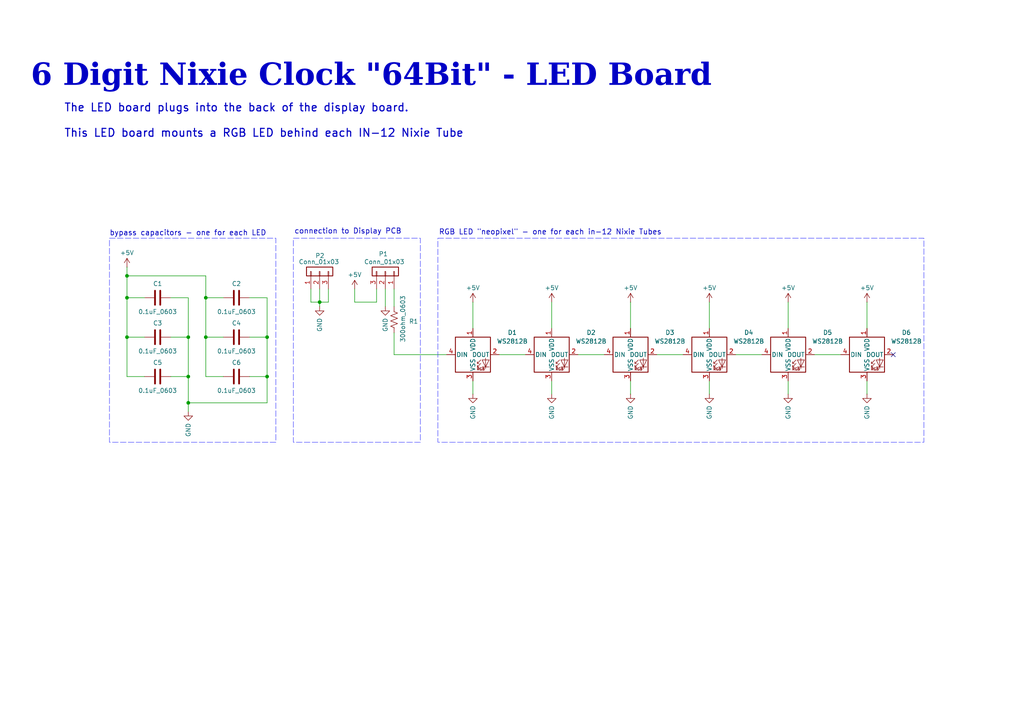
<source format=kicad_sch>
(kicad_sch (version 20250114) (generator "eeschema") (generator_version "9.0")
  (paper "A4")
  (lib_symbols
    (symbol "Conn_01x03_1" (pin_names (offset 1.016) (hide yes))
      (property "Reference" "J?" (at 4.572 1.27 90))
      (property "Value" "Conn_01x03" (at 2.794 6.096 90))
      (symbol "Conn_01x03_1_1_1"
        (rectangle (start -1.27 3.81) (end 1.27 -3.81) (stroke (width 0.254)))
        (rectangle (start -1.27 2.667) (end 0 2.413) (stroke (width 0.1524)))
        (rectangle (start -1.27 0.127) (end 0 -0.127) (stroke (width 0.1524)))
        (rectangle (start -1.27 -2.413) (end 0 -2.667) (stroke (width 0.1524)))
        (pin passive line (at -5.08 2.54 0) (length 3.81) (name "Pin_1") (number "1"))
        (pin passive line (at -5.08 0 0) (length 3.81) (name "Pin_2") (number "2"))
        (pin passive line (at -5.08 -2.54 0) (length 3.81) (name "Pin_3") (number "3"))
      )
    )
    (symbol "Connector_Generic:Conn_01x03" (pin_names (offset 1.016) (hide yes))
      (property "Reference" "J?" (at 5.08 0.762 90))
      (property "Value" "Conn_01x03" (at 2.794 5.588 90))
      (symbol "Conn_01x03_1_1"
        (rectangle (start -1.27 3.81) (end 1.27 -3.81) (stroke (width 0.254)))
        (rectangle (start -1.27 2.667) (end 0 2.413) (stroke (width 0.1524)))
        (rectangle (start -1.27 0.127) (end 0 -0.127) (stroke (width 0.1524)))
        (rectangle (start -1.27 -2.413) (end 0 -2.667) (stroke (width 0.1524)))
        (pin passive line (at -5.08 2.54 0) (length 3.81) (name "Pin_1") (number "1"))
        (pin passive line (at -5.08 0 0) (length 3.81) (name "Pin_2") (number "2"))
        (pin passive line (at -5.08 -2.54 0) (length 3.81) (name "Pin_3") (number "3"))
      )
    )
    (symbol "Device:C" (pin_numbers (hide yes)) (pin_names (offset 0.254))
      (property "Reference" "C" (at 0.635 2.54 0))
      (property "Value" "C" (at 0.635 -2.54 0))
      (symbol "C_0_1"
        (polyline (pts (xy -2.032 0.762) (xy 2.032 0.762)) (stroke (width 0.508)))
        (polyline (pts (xy -2.032 -0.762) (xy 2.032 -0.762)) (stroke (width 0.508)))
      )
      (symbol "C_1_1"
        (pin passive line (at 0 3.81 270) (length 2.794) (name "~") (number "1"))
        (pin passive line (at 0 -3.81 90) (length 2.794) (name "~") (number "2"))
      )
    )
    (symbol "Device:R_US" (pin_numbers (hide yes)) (pin_names (offset 0))
      (property "Reference" "R" (at 2.54 0 90))
      (property "Value" "R_US" (at -2.54 0 90))
      (symbol "R_US_0_1"
        (polyline (pts (xy 0 2.286) (xy 0 2.54)))
        (polyline (pts (xy 0 2.286) (xy 1.016 1.905) (xy 0 1.524) (xy -1.016 1.143) (xy 0 0.762)))
        (polyline (pts (xy 0 0.762) (xy 1.016 0.381) (xy 0 0) (xy -1.016 -0.381) (xy 0 -0.762)))
        (polyline (pts (xy 0 -0.762) (xy 1.016 -1.143) (xy 0 -1.524) (xy -1.016 -1.905) (xy 0 -2.286)))
        (polyline (pts (xy 0 -2.286) (xy 0 -2.54)))
      )
      (symbol "R_US_1_1"
        (pin passive line (at 0 3.81 270) (length 1.27) (name "~") (number "1"))
        (pin passive line (at 0 -3.81 90) (length 1.27) (name "~") (number "2"))
      )
    )
    (symbol "LED:WS2812B" (pin_names (offset 0.254))
      (property "Reference" "D?" (at 10.3376 6.2466 0))
      (property "Value" "WS2812B" (at 10.3376 3.8223 0))
      (symbol "WS2812B_0_0"
        (text "RGB" (at 2.286 -4.191 0) (effects (font (size 0.762 0.762))))
      )
      (symbol "WS2812B_0_1"
        (rectangle (start -5.08 5.08) (end 5.08 -5.08) (stroke (width 0.254)))
        (polyline (pts (xy 1.27 -2.54) (xy 1.778 -2.54)))
        (polyline (pts (xy 1.27 -3.556) (xy 1.778 -3.556)))
        (polyline (pts (xy 2.286 -1.524) (xy 1.27 -2.54) (xy 1.27 -2.032)))
        (polyline (pts (xy 2.286 -2.54) (xy 1.27 -3.556) (xy 1.27 -3.048)))
        (polyline (pts (xy 3.683 -1.016) (xy 3.683 -3.556) (xy 3.683 -4.064)))
        (polyline (pts (xy 4.699 -1.524) (xy 2.667 -1.524) (xy 3.683 -3.556) (xy 4.699 -1.524)))
        (polyline (pts (xy 4.699 -3.556) (xy 2.667 -3.556)))
      )
      (symbol "WS2812B_1_1"
        (pin input line (at -7.62 0 0) (length 2.54) (name "DIN") (number "4"))
        (pin power_in line (at 0 7.62 270) (length 2.54) (name "VDD") (number "1"))
        (pin power_in line (at 0 -7.62 90) (length 2.54) (name "VSS") (number "3"))
        (pin output line (at 7.62 0 180) (length 2.54) (name "DOUT") (number "2"))
      )
    )
    (symbol "WS2812B_1" (pin_names (offset 0.254))
      (property "Reference" "D?" (at 10.3376 6.2466 0))
      (property "Value" "WS2812B" (at 10.3376 3.8223 0))
      (symbol "WS2812B_1_0_0"
        (text "RGB" (at 2.286 -4.191 0) (effects (font (size 0.762 0.762))))
      )
      (symbol "WS2812B_1_0_1"
        (rectangle (start -5.08 5.08) (end 5.08 -5.08) (stroke (width 0.254)))
        (polyline (pts (xy 1.27 -2.54) (xy 1.778 -2.54)))
        (polyline (pts (xy 1.27 -3.556) (xy 1.778 -3.556)))
        (polyline (pts (xy 2.286 -1.524) (xy 1.27 -2.54) (xy 1.27 -2.032)))
        (polyline (pts (xy 2.286 -2.54) (xy 1.27 -3.556) (xy 1.27 -3.048)))
        (polyline (pts (xy 3.683 -1.016) (xy 3.683 -3.556) (xy 3.683 -4.064)))
        (polyline (pts (xy 4.699 -1.524) (xy 2.667 -1.524) (xy 3.683 -3.556) (xy 4.699 -1.524)))
        (polyline (pts (xy 4.699 -3.556) (xy 2.667 -3.556)))
      )
      (symbol "WS2812B_1_1_1"
        (pin input line (at -7.62 0 0) (length 2.54) (name "DIN") (number "4"))
        (pin power_in line (at 0 7.62 270) (length 2.54) (name "VDD") (number "1"))
        (pin power_in line (at 0 -7.62 90) (length 2.54) (name "VSS") (number "3"))
        (pin output line (at 7.62 0 180) (length 2.54) (name "DOUT") (number "2"))
      )
    )
    (symbol "WS2812B_2" (pin_names (offset 0.254))
      (property "Reference" "D?" (at 10.3376 6.2466 0))
      (property "Value" "WS2812B" (at 10.3376 3.8223 0))
      (symbol "WS2812B_2_0_0"
        (text "RGB" (at 2.286 -4.191 0) (effects (font (size 0.762 0.762))))
      )
      (symbol "WS2812B_2_0_1"
        (rectangle (start -5.08 5.08) (end 5.08 -5.08) (stroke (width 0.254)))
        (polyline (pts (xy 1.27 -2.54) (xy 1.778 -2.54)))
        (polyline (pts (xy 1.27 -3.556) (xy 1.778 -3.556)))
        (polyline (pts (xy 2.286 -1.524) (xy 1.27 -2.54) (xy 1.27 -2.032)))
        (polyline (pts (xy 2.286 -2.54) (xy 1.27 -3.556) (xy 1.27 -3.048)))
        (polyline (pts (xy 3.683 -1.016) (xy 3.683 -3.556) (xy 3.683 -4.064)))
        (polyline (pts (xy 4.699 -1.524) (xy 2.667 -1.524) (xy 3.683 -3.556) (xy 4.699 -1.524)))
        (polyline (pts (xy 4.699 -3.556) (xy 2.667 -3.556)))
      )
      (symbol "WS2812B_2_1_1"
        (pin input line (at -7.62 0 0) (length 2.54) (name "DIN") (number "4"))
        (pin power_in line (at 0 7.62 270) (length 2.54) (name "VDD") (number "1"))
        (pin power_in line (at 0 -7.62 90) (length 2.54) (name "VSS") (number "3"))
        (pin output line (at 7.62 0 180) (length 2.54) (name "DOUT") (number "2"))
      )
    )
    (symbol "WS2812B_3" (pin_names (offset 0.254))
      (property "Reference" "D?" (at 10.3376 6.2466 0))
      (property "Value" "WS2812B" (at 10.3376 3.8223 0))
      (symbol "WS2812B_3_0_0"
        (text "RGB" (at 2.286 -4.191 0) (effects (font (size 0.762 0.762))))
      )
      (symbol "WS2812B_3_0_1"
        (rectangle (start -5.08 5.08) (end 5.08 -5.08) (stroke (width 0.254)))
        (polyline (pts (xy 1.27 -2.54) (xy 1.778 -2.54)))
        (polyline (pts (xy 1.27 -3.556) (xy 1.778 -3.556)))
        (polyline (pts (xy 2.286 -1.524) (xy 1.27 -2.54) (xy 1.27 -2.032)))
        (polyline (pts (xy 2.286 -2.54) (xy 1.27 -3.556) (xy 1.27 -3.048)))
        (polyline (pts (xy 3.683 -1.016) (xy 3.683 -3.556) (xy 3.683 -4.064)))
        (polyline (pts (xy 4.699 -1.524) (xy 2.667 -1.524) (xy 3.683 -3.556) (xy 4.699 -1.524)))
        (polyline (pts (xy 4.699 -3.556) (xy 2.667 -3.556)))
      )
      (symbol "WS2812B_3_1_1"
        (pin input line (at -7.62 0 0) (length 2.54) (name "DIN") (number "4"))
        (pin power_in line (at 0 7.62 270) (length 2.54) (name "VDD") (number "1"))
        (pin power_in line (at 0 -7.62 90) (length 2.54) (name "VSS") (number "3"))
        (pin output line (at 7.62 0 180) (length 2.54) (name "DOUT") (number "2"))
      )
    )
    (symbol "WS2812B_4" (pin_names (offset 0.254))
      (property "Reference" "D?" (at 10.3376 6.2466 0))
      (property "Value" "WS2812B" (at 10.3376 3.8223 0))
      (symbol "WS2812B_4_0_0"
        (text "RGB" (at 2.286 -4.191 0) (effects (font (size 0.762 0.762))))
      )
      (symbol "WS2812B_4_0_1"
        (rectangle (start -5.08 5.08) (end 5.08 -5.08) (stroke (width 0.254)))
        (polyline (pts (xy 1.27 -2.54) (xy 1.778 -2.54)))
        (polyline (pts (xy 1.27 -3.556) (xy 1.778 -3.556)))
        (polyline (pts (xy 2.286 -1.524) (xy 1.27 -2.54) (xy 1.27 -2.032)))
        (polyline (pts (xy 2.286 -2.54) (xy 1.27 -3.556) (xy 1.27 -3.048)))
        (polyline (pts (xy 3.683 -1.016) (xy 3.683 -3.556) (xy 3.683 -4.064)))
        (polyline (pts (xy 4.699 -1.524) (xy 2.667 -1.524) (xy 3.683 -3.556) (xy 4.699 -1.524)))
        (polyline (pts (xy 4.699 -3.556) (xy 2.667 -3.556)))
      )
      (symbol "WS2812B_4_1_1"
        (pin input line (at -7.62 0 0) (length 2.54) (name "DIN") (number "4"))
        (pin power_in line (at 0 7.62 270) (length 2.54) (name "VDD") (number "1"))
        (pin power_in line (at 0 -7.62 90) (length 2.54) (name "VSS") (number "3"))
        (pin output line (at 7.62 0 180) (length 2.54) (name "DOUT") (number "2"))
      )
    )
    (symbol "WS2812B_5" (pin_names (offset 0.254))
      (property "Reference" "D?" (at 10.3376 6.2466 0))
      (property "Value" "WS2812B" (at 10.3376 3.8223 0))
      (symbol "WS2812B_5_0_0"
        (text "RGB" (at 2.286 -4.191 0) (effects (font (size 0.762 0.762))))
      )
      (symbol "WS2812B_5_0_1"
        (rectangle (start -5.08 5.08) (end 5.08 -5.08) (stroke (width 0.254)))
        (polyline (pts (xy 1.27 -2.54) (xy 1.778 -2.54)))
        (polyline (pts (xy 1.27 -3.556) (xy 1.778 -3.556)))
        (polyline (pts (xy 2.286 -1.524) (xy 1.27 -2.54) (xy 1.27 -2.032)))
        (polyline (pts (xy 2.286 -2.54) (xy 1.27 -3.556) (xy 1.27 -3.048)))
        (polyline (pts (xy 3.683 -1.016) (xy 3.683 -3.556) (xy 3.683 -4.064)))
        (polyline (pts (xy 4.699 -1.524) (xy 2.667 -1.524) (xy 3.683 -3.556) (xy 4.699 -1.524)))
        (polyline (pts (xy 4.699 -3.556) (xy 2.667 -3.556)))
      )
      (symbol "WS2812B_5_1_1"
        (pin input line (at -7.62 0 0) (length 2.54) (name "DIN") (number "4"))
        (pin power_in line (at 0 7.62 270) (length 2.54) (name "VDD") (number "1"))
        (pin power_in line (at 0 -7.62 90) (length 2.54) (name "VSS") (number "3"))
        (pin output line (at 7.62 0 180) (length 2.54) (name "DOUT") (number "2"))
      )
    )
    (symbol "power:+5V" (power) (pin_numbers (hide yes)) (pin_names (offset 0) (hide yes))
      (property "Value" "+5V" (at 0 3.556 0))
      (symbol "+5V_0_1"
        (polyline (pts (xy -0.762 1.27) (xy 0 2.54)))
        (polyline (pts (xy 0 2.54) (xy 0.762 1.27)))
        (polyline (pts (xy 0 0) (xy 0 2.54)))
      )
      (symbol "+5V_1_1"
        (pin power_in line (at 0 0 90) (length 0) (name "~") (number "1"))
      )
    )
    (symbol "power:GND" (power) (pin_numbers (hide yes)) (pin_names (offset 0) (hide yes))
      (property "Value" "GND" (at 0 -3.81 0))
      (symbol "GND_0_1"
        (polyline (pts (xy 0 0) (xy 0 -1.27) (xy 1.27 -1.27) (xy 0 -2.54) (xy -1.27 -1.27) (xy 0 -1.27)))
      )
      (symbol "GND_1_1"
        (pin power_in line (at 0 0 270) (length 0) (name "~") (number "1"))
      )
    )
  )
  (rectangle (start 31.75 69.088) (end 80.01 128.27) (stroke (width 0) (type dash) (color 72 73 255 1)))
  (rectangle (start 127 69.088) (end 267.97 128.27) (stroke (width 0) (type dash) (color 72 73 255 1)))
  (rectangle (start 85.09 69.088) (end 121.92 128.27) (stroke (width 0) (type dash) (color 72 73 255 1)))
  (text "connection to Display PCB" (at 85.344 68.072 0) (effects (font (size 1.524 1.524) (thickness 0.1905)) (justify left bottom)))
  (text "bypass capacitors - one for each LED" (at 31.75 68.58 0) (effects (font (size 1.524 1.524) (thickness 0.1905)) (justify left bottom)))
  (text "The LED board plugs into the back of the display board.\n\nThis LED board mounts a RGB LED behind each IN-12 Nixie Tube" (at 18.542 35.052 0) (effects (font (size 2.286 2.286) (thickness 0.3175)) (justify left)))
  (text "RGB LED \"neopixel\" - one for each in-12 Nixie Tubes" (at 127.254 68.326 0) (effects (font (size 1.524 1.524) (thickness 0.1905)) (justify left bottom)))
  (text "6 Digit Nixie Clock \"64Bit\" - LED Board" (at 107.696 23.876 0) (effects (font (size 6.35 6.35) (thickness 0.254) (bold yes))))
  (junction (at 36.83 86.36))
  (junction (at 36.83 80.01))
  (junction (at 36.83 97.79))
  (junction (at 92.71 87.63))
  (junction (at 59.69 86.36))
  (junction (at 54.61 116.84))
  (junction (at 54.61 109.22))
  (junction (at 59.69 97.79))
  (junction (at 54.61 97.79))
  (junction (at 77.47 109.22))
  (junction (at 77.47 97.79))
  (no_connect (at 259.08 102.87))
  (wire (pts (xy 144.78 102.87) (xy 152.4 102.87)))
  (wire (pts (xy 36.83 80.01) (xy 36.83 77.47)))
  (wire (pts (xy 137.16 87.63) (xy 137.16 95.25)))
  (wire (pts (xy 49.53 109.22) (xy 54.61 109.22)))
  (wire (pts (xy 102.87 87.63) (xy 102.87 83.82)))
  (wire (pts (xy 36.83 97.79) (xy 36.83 86.36)))
  (wire (pts (xy 167.64 102.87) (xy 175.26 102.87)))
  (wire (pts (xy 90.17 83.82) (xy 90.17 87.63)))
  (wire (pts (xy 59.69 86.36) (xy 59.69 80.01)))
  (wire (pts (xy 160.02 110.49) (xy 160.02 114.3)))
  (wire (pts (xy 109.22 83.82) (xy 109.22 87.63)))
  (wire (pts (xy 59.69 86.36) (xy 64.77 86.36)))
  (wire (pts (xy 160.02 87.63) (xy 160.02 95.25)))
  (wire (pts (xy 72.39 97.79) (xy 77.47 97.79)))
  (wire (pts (xy 59.69 97.79) (xy 59.69 109.22)))
  (wire (pts (xy 90.17 87.63) (xy 92.71 87.63)))
  (wire (pts (xy 137.16 110.49) (xy 137.16 114.3)))
  (wire (pts (xy 72.39 86.36) (xy 77.47 86.36)))
  (wire (pts (xy 109.22 87.63) (xy 102.87 87.63)))
  (wire (pts (xy 92.71 87.63) (xy 92.71 88.9)))
  (wire (pts (xy 36.83 86.36) (xy 36.83 80.01)))
  (wire (pts (xy 59.69 86.36) (xy 59.69 97.79)))
  (wire (pts (xy 182.88 87.63) (xy 182.88 95.25)))
  (wire (pts (xy 41.91 86.36) (xy 36.83 86.36)))
  (wire (pts (xy 77.47 97.79) (xy 77.47 109.22)))
  (wire (pts (xy 54.61 97.79) (xy 54.61 109.22)))
  (wire (pts (xy 49.53 97.79) (xy 54.61 97.79)))
  (wire (pts (xy 36.83 80.01) (xy 59.69 80.01)))
  (wire (pts (xy 54.61 109.22) (xy 54.61 116.84)))
  (wire (pts (xy 41.91 109.22) (xy 36.83 109.22)))
  (wire (pts (xy 205.74 87.63) (xy 205.74 95.25)))
  (wire (pts (xy 95.25 87.63) (xy 92.71 87.63)))
  (wire (pts (xy 114.3 102.87) (xy 129.54 102.87)))
  (wire (pts (xy 59.69 109.22) (xy 64.77 109.22)))
  (wire (pts (xy 213.36 102.87) (xy 220.98 102.87)))
  (wire (pts (xy 36.83 109.22) (xy 36.83 97.79)))
  (wire (pts (xy 114.3 83.82) (xy 114.3 88.9)))
  (wire (pts (xy 54.61 86.36) (xy 54.61 97.79)))
  (wire (pts (xy 77.47 109.22) (xy 77.47 116.84)))
  (wire (pts (xy 251.46 87.63) (xy 251.46 95.25)))
  (wire (pts (xy 182.88 110.49) (xy 182.88 114.3)))
  (wire (pts (xy 190.5 102.87) (xy 198.12 102.87)))
  (wire (pts (xy 77.47 86.36) (xy 77.47 97.79)))
  (wire (pts (xy 72.39 109.22) (xy 77.47 109.22)))
  (wire (pts (xy 228.6 110.49) (xy 228.6 114.3)))
  (wire (pts (xy 49.53 86.36) (xy 54.61 86.36)))
  (wire (pts (xy 64.77 97.79) (xy 59.69 97.79)))
  (wire (pts (xy 251.46 110.49) (xy 251.46 114.3)))
  (wire (pts (xy 205.74 110.49) (xy 205.74 114.3)))
  (wire (pts (xy 228.6 87.63) (xy 228.6 95.25)))
  (wire (pts (xy 41.91 97.79) (xy 36.83 97.79)))
  (wire (pts (xy 95.25 83.82) (xy 95.25 87.63)))
  (wire (pts (xy 111.76 83.82) (xy 111.76 88.9)))
  (wire (pts (xy 114.3 96.52) (xy 114.3 102.87)))
  (wire (pts (xy 54.61 116.84) (xy 54.61 119.38)))
  (wire (pts (xy 236.22 102.87) (xy 243.84 102.87)))
  (wire (pts (xy 54.61 116.84) (xy 77.47 116.84)))
  (wire (pts (xy 92.71 83.82) (xy 92.71 87.63)))
  (symbol (lib_id "Device:C") (at 45.72 97.79 270) (unit 1)
    (property "Reference" "C3" (at 45.72 93.726 90))
    (property "Value" "0.1uF_0603" (at 45.72 101.854 90))
    (property "Footprint" "Capacitor_SMD:C_0603_1608Metric" (effects (hide yes)))
    (property "Description" "Unpolarized capacitor" (effects (hide yes)))
  )
  (symbol (lib_id "Device:C") (at 68.58 109.22 270) (unit 1)
    (property "Reference" "C6" (at 68.58 105.156 90))
    (property "Value" "0.1uF_0603" (at 68.58 113.284 90))
    (property "Footprint" "Capacitor_SMD:C_0603_1608Metric" (effects (hide yes)))
    (property "Description" "Unpolarized capacitor" (effects (hide yes)))
  )
  (symbol (lib_id "LED:WS2812B") (at 251.46 102.87 0) (unit 1)
    (property "Reference" "D6" (at 262.89 96.4498 0))
    (property "Value" "WS2812B" (at 262.89 98.9898 0))
    (property "Footprint" "LED_SMD:LED_WS2812B_PLCC4_5.0x5.0mm_P3.2mm" (effects (hide yes)))
    (property "Datasheet" "https://cdn-shop.adafruit.com/datasheets/WS2812B.pdf" (effects (hide yes)))
    (property "Description" "RGB LED with integrated controller" (effects (hide yes)))
  )
  (symbol (lib_id "power:+5V") (at 160.02 87.63 0) (unit 1)
    (property "Reference" "#PWR04" (effects (hide yes)))
    (property "Value" "+5V" (at 160.02 83.4969 0))
    (property "Description" "Power symbol creates a global label with name \"+5V\"" (effects (hide yes)))
  )
  (symbol (lib_id "Device:C") (at 68.58 86.36 270) (unit 1)
    (property "Reference" "C2" (at 68.58 82.296 90))
    (property "Value" "0.1uF_0603" (at 68.58 90.424 90))
    (property "Footprint" "Capacitor_SMD:C_0603_1608Metric" (effects (hide yes)))
    (property "Description" "Unpolarized capacitor" (effects (hide yes)))
  )
  (symbol (lib_id "Connector_Generic:Conn_01x03") (at 111.76 78.74 270) (mirror x) (unit 1)
    (property "Reference" "P1" (at 112.522 73.66 90) (effects (justify right)))
    (property "Value" "Conn_01x03" (at 117.348 75.946 90) (effects (justify right)))
    (property "Footprint" "Connector_PinHeader_2.54mm:PinHeader_1x03_P2.54mm_Vertical" (effects (hide yes)))
    (property "Description" "Generic connector, single row, 01x03, script generated (kicad-library-utils/schlib/autogen/connector/)" (effects (hide yes)))
  )
  (symbol (lib_name "WS2812B_4") (lib_id "LED:WS2812B") (at 205.74 102.87 0) (unit 1)
    (property "Reference" "D4" (at 217.17 96.4498 0))
    (property "Value" "WS2812B" (at 217.17 98.9898 0))
    (property "Footprint" "LED_SMD:LED_WS2812B_PLCC4_5.0x5.0mm_P3.2mm" (effects (hide yes)))
    (property "Datasheet" "https://cdn-shop.adafruit.com/datasheets/WS2812B.pdf" (effects (hide yes)))
    (property "Description" "RGB LED with integrated controller" (effects (hide yes)))
  )
  (symbol (lib_id "power:GND") (at 137.16 114.3 0) (unit 1)
    (property "Reference" "#PWR013" (effects (hide yes)))
    (property "Value" "GND" (at 137.16 119.634 90))
    (property "Description" "Power symbol creates a global label with name \"GND\" , ground" (effects (hide yes)))
  )
  (symbol (lib_name "WS2812B_5") (lib_id "LED:WS2812B") (at 228.6 102.87 0) (unit 1)
    (property "Reference" "D5" (at 240.03 96.4498 0))
    (property "Value" "WS2812B" (at 240.03 98.9898 0))
    (property "Footprint" "LED_SMD:LED_WS2812B_PLCC4_5.0x5.0mm_P3.2mm" (effects (hide yes)))
    (property "Datasheet" "https://cdn-shop.adafruit.com/datasheets/WS2812B.pdf" (effects (hide yes)))
    (property "Description" "RGB LED with integrated controller" (effects (hide yes)))
  )
  (symbol (lib_id "power:+5V") (at 251.46 87.63 0) (unit 1)
    (property "Reference" "#PWR08" (effects (hide yes)))
    (property "Value" "+5V" (at 251.46 83.4969 0))
    (property "Description" "Power symbol creates a global label with name \"+5V\"" (effects (hide yes)))
  )
  (symbol (lib_name "WS2812B_1") (lib_id "LED:WS2812B") (at 137.16 102.87 0) (unit 1)
    (property "Reference" "D1" (at 148.59 96.4498 0))
    (property "Value" "WS2812B" (at 148.59 98.9898 0))
    (property "Footprint" "LED_SMD:LED_WS2812B_PLCC4_5.0x5.0mm_P3.2mm" (effects (hide yes)))
    (property "Datasheet" "https://cdn-shop.adafruit.com/datasheets/WS2812B.pdf" (effects (hide yes)))
    (property "Description" "RGB LED with integrated controller" (effects (hide yes)))
  )
  (symbol (lib_id "power:GND") (at 160.02 114.3 0) (unit 1)
    (property "Reference" "#PWR014" (effects (hide yes)))
    (property "Value" "GND" (at 160.02 119.634 90))
    (property "Description" "Power symbol creates a global label with name \"GND\" , ground" (effects (hide yes)))
  )
  (symbol (lib_id "power:+5V") (at 205.74 87.63 0) (unit 1)
    (property "Reference" "#PWR06" (effects (hide yes)))
    (property "Value" "+5V" (at 205.74 83.4969 0))
    (property "Description" "Power symbol creates a global label with name \"+5V\"" (effects (hide yes)))
  )
  (symbol (lib_id "power:GND") (at 228.6 114.3 0) (unit 1)
    (property "Reference" "#PWR017" (effects (hide yes)))
    (property "Value" "GND" (at 228.6 119.634 90))
    (property "Description" "Power symbol creates a global label with name \"GND\" , ground" (effects (hide yes)))
  )
  (symbol (lib_id "power:+5V") (at 182.88 87.63 0) (unit 1)
    (property "Reference" "#PWR05" (effects (hide yes)))
    (property "Value" "+5V" (at 182.88 83.4969 0))
    (property "Description" "Power symbol creates a global label with name \"+5V\"" (effects (hide yes)))
  )
  (symbol (lib_id "power:+5V") (at 228.6 87.63 0) (unit 1)
    (property "Reference" "#PWR07" (effects (hide yes)))
    (property "Value" "+5V" (at 228.6 83.4969 0))
    (property "Description" "Power symbol creates a global label with name \"+5V\"" (effects (hide yes)))
  )
  (symbol (lib_id "power:GND") (at 182.88 114.3 0) (unit 1)
    (property "Reference" "#PWR015" (effects (hide yes)))
    (property "Value" "GND" (at 182.88 119.634 90))
    (property "Description" "Power symbol creates a global label with name \"GND\" , ground" (effects (hide yes)))
  )
  (symbol (lib_id "power:+5V") (at 36.83 77.47 0) (unit 1)
    (property "Reference" "#PWR011" (effects (hide yes)))
    (property "Value" "+5V" (at 36.83 73.3369 0))
    (property "Description" "Power symbol creates a global label with name \"+5V\"" (effects (hide yes)))
  )
  (symbol (lib_id "power:GND") (at 251.46 114.3 0) (unit 1)
    (property "Reference" "#PWR018" (effects (hide yes)))
    (property "Value" "GND" (at 251.46 119.634 90))
    (property "Description" "Power symbol creates a global label with name \"GND\" , ground" (effects (hide yes)))
  )
  (symbol (lib_id "power:+5V") (at 137.16 87.63 0) (unit 1)
    (property "Reference" "#PWR03" (effects (hide yes)))
    (property "Value" "+5V" (at 137.16 83.4969 0))
    (property "Description" "Power symbol creates a global label with name \"+5V\"" (effects (hide yes)))
  )
  (symbol (lib_id "power:GND") (at 92.71 88.9 0) (unit 1)
    (property "Reference" "#PWR09" (effects (hide yes)))
    (property "Value" "GND" (at 92.71 94.234 90))
    (property "Description" "Power symbol creates a global label with name \"GND\" , ground" (effects (hide yes)))
  )
  (symbol (lib_id "power:GND") (at 205.74 114.3 0) (unit 1)
    (property "Reference" "#PWR016" (effects (hide yes)))
    (property "Value" "GND" (at 205.74 119.634 90))
    (property "Description" "Power symbol creates a global label with name \"GND\" , ground" (effects (hide yes)))
  )
  (symbol (lib_id "Device:R_US") (at 114.3 92.71 0) (unit 1)
    (property "Reference" "R1" (at 118.618 93.218 0) (effects (justify left)))
    (property "Value" "300ohm_0603" (at 116.84 99.314 90) (effects (justify left)))
    (property "Footprint" "Resistor_SMD:R_0603_1608Metric" (effects (hide yes)))
    (property "Description" "Resistor, US symbol" (effects (hide yes)))
  )
  (symbol (lib_id "Device:C") (at 68.58 97.79 270) (unit 1)
    (property "Reference" "C4" (at 68.58 93.726 90))
    (property "Value" "0.1uF_0603" (at 68.58 101.854 90))
    (property "Footprint" "Capacitor_SMD:C_0603_1608Metric" (effects (hide yes)))
    (property "Description" "Unpolarized capacitor" (effects (hide yes)))
  )
  (symbol (lib_name "WS2812B_2") (lib_id "LED:WS2812B") (at 160.02 102.87 0) (unit 1)
    (property "Reference" "D2" (at 171.45 96.4498 0))
    (property "Value" "WS2812B" (at 171.45 98.9898 0))
    (property "Footprint" "LED_SMD:LED_WS2812B_PLCC4_5.0x5.0mm_P3.2mm" (effects (hide yes)))
    (property "Datasheet" "https://cdn-shop.adafruit.com/datasheets/WS2812B.pdf" (effects (hide yes)))
    (property "Description" "RGB LED with integrated controller" (effects (hide yes)))
  )
  (symbol (lib_id "power:GND") (at 54.61 119.38 0) (unit 1)
    (property "Reference" "#PWR012" (effects (hide yes)))
    (property "Value" "GND" (at 54.61 124.714 90))
    (property "Description" "Power symbol creates a global label with name \"GND\" , ground" (effects (hide yes)))
  )
  (symbol (lib_id "Device:C") (at 45.72 109.22 270) (unit 1)
    (property "Reference" "C5" (at 45.72 105.156 90))
    (property "Value" "0.1uF_0603" (at 45.72 113.284 90))
    (property "Footprint" "Capacitor_SMD:C_0603_1608Metric" (effects (hide yes)))
    (property "Description" "Unpolarized capacitor" (effects (hide yes)))
  )
  (symbol (lib_id "power:+5V") (at 102.87 83.82 0) (unit 1)
    (property "Reference" "#PWR02" (effects (hide yes)))
    (property "Value" "+5V" (at 102.87 79.6869 0))
    (property "Description" "Power symbol creates a global label with name \"+5V\"" (effects (hide yes)))
  )
  (symbol (lib_name "Conn_01x03_1") (lib_id "Connector_Generic:Conn_01x03") (at 92.71 78.74 90) (unit 1)
    (property "Reference" "P2" (at 91.44 74.168 90) (effects (justify right)))
    (property "Value" "Conn_01x03" (at 86.614 75.946 90) (effects (justify right)))
    (property "Footprint" "Connector_PinHeader_2.54mm:PinHeader_1x03_P2.54mm_Vertical" (effects (hide yes)))
    (property "Description" "Generic connector, single row, 01x03, script generated (kicad-library-utils/schlib/autogen/connector/)" (effects (hide yes)))
  )
  (symbol (lib_name "WS2812B_3") (lib_id "LED:WS2812B") (at 182.88 102.87 0) (unit 1)
    (property "Reference" "D3" (at 194.31 96.4498 0))
    (property "Value" "WS2812B" (at 194.31 98.9898 0))
    (property "Footprint" "LED_SMD:LED_WS2812B_PLCC4_5.0x5.0mm_P3.2mm" (effects (hide yes)))
    (property "Datasheet" "https://cdn-shop.adafruit.com/datasheets/WS2812B.pdf" (effects (hide yes)))
    (property "Description" "RGB LED with integrated controller" (effects (hide yes)))
  )
  (symbol (lib_id "power:GND") (at 111.76 88.9 0) (unit 1)
    (property "Reference" "#PWR01" (effects (hide yes)))
    (property "Value" "GND" (at 111.76 94.234 90))
    (property "Description" "Power symbol creates a global label with name \"GND\" , ground" (effects (hide yes)))
  )
  (symbol (lib_id "Device:C") (at 45.72 86.36 270) (unit 1)
    (property "Reference" "C1" (at 45.72 82.296 90))
    (property "Value" "0.1uF_0603" (at 45.72 90.424 90))
    (property "Footprint" "Capacitor_SMD:C_0603_1608Metric" (effects (hide yes)))
    (property "Description" "Unpolarized capacitor" (effects (hide yes)))
  )
)
</source>
